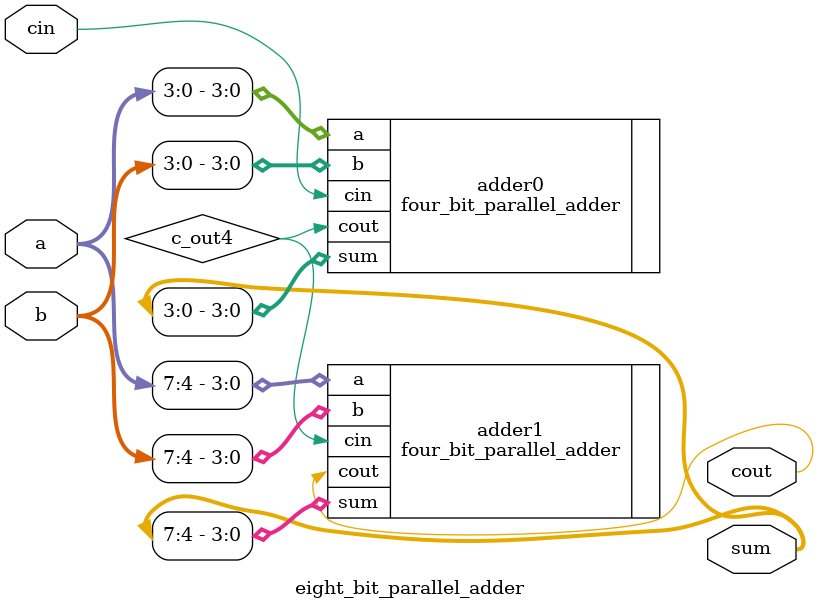
<source format=v>
`timescale 1ns / 1ps

module eight_bit_parallel_adder (
    input [7:0] a,
    input [7:0] b,
    input cin,
    output [7:0] sum,
    output cout
);
    wire c_out4;

    four_bit_parallel_adder adder0 (
        .a(a[3:0]),
        .b(b[3:0]),
        .cin(cin),
        .sum(sum[3:0]),
        .cout(c_out4)
    );

    four_bit_parallel_adder adder1 (
        .a(a[7:4]),
        .b(b[7:4]),
        .cin(c_out4),
        .sum(sum[7:4]),
        .cout(cout)
    );

endmodule
</source>
